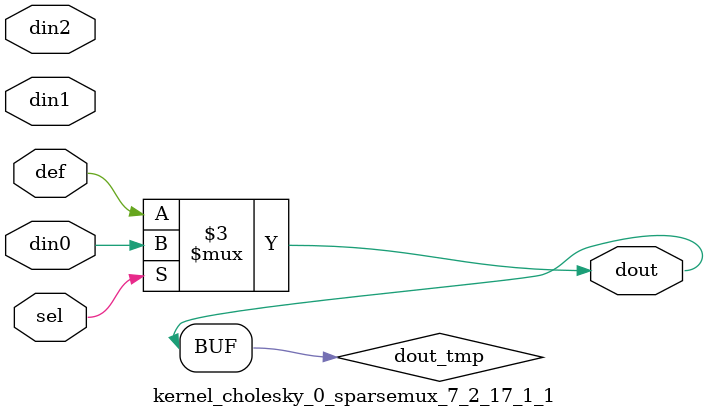
<source format=v>
`timescale 1ns / 1ps

module kernel_cholesky_0_sparsemux_7_2_17_1_1 (din0,din1,din2,def,sel,dout);

parameter din0_WIDTH = 1;

parameter din1_WIDTH = 1;

parameter din2_WIDTH = 1;

parameter def_WIDTH = 1;
parameter sel_WIDTH = 1;
parameter dout_WIDTH = 1;

parameter [sel_WIDTH-1:0] CASE0 = 1;

parameter [sel_WIDTH-1:0] CASE1 = 1;

parameter [sel_WIDTH-1:0] CASE2 = 1;

parameter ID = 1;
parameter NUM_STAGE = 1;



input [din0_WIDTH-1:0] din0;

input [din1_WIDTH-1:0] din1;

input [din2_WIDTH-1:0] din2;

input [def_WIDTH-1:0] def;
input [sel_WIDTH-1:0] sel;

output [dout_WIDTH-1:0] dout;



reg [dout_WIDTH-1:0] dout_tmp;


always @ (*) begin
(* parallel_case *) case (sel)
    
    CASE0 : dout_tmp = din0;
    
    CASE1 : dout_tmp = din1;
    
    CASE2 : dout_tmp = din2;
    
    default : dout_tmp = def;
endcase
end


assign dout = dout_tmp;



endmodule

</source>
